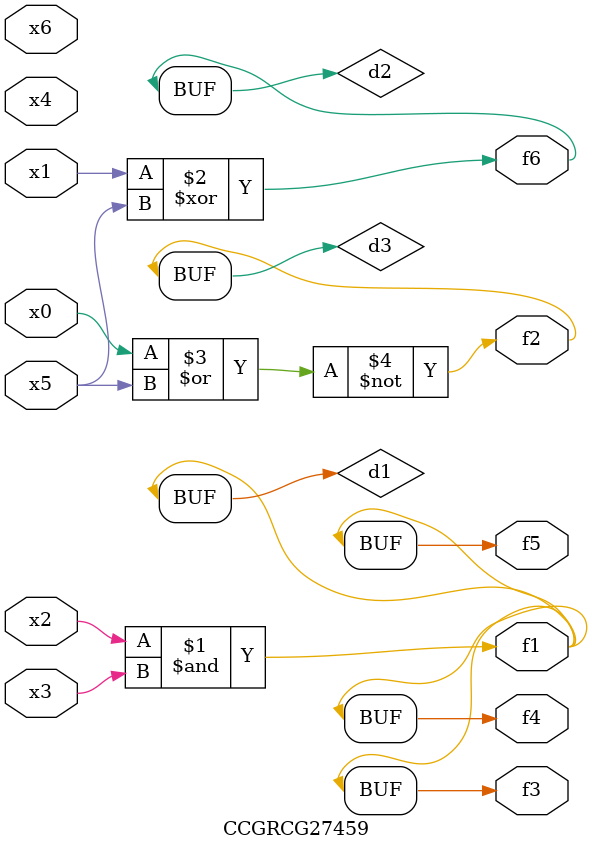
<source format=v>
module CCGRCG27459(
	input x0, x1, x2, x3, x4, x5, x6,
	output f1, f2, f3, f4, f5, f6
);

	wire d1, d2, d3;

	and (d1, x2, x3);
	xor (d2, x1, x5);
	nor (d3, x0, x5);
	assign f1 = d1;
	assign f2 = d3;
	assign f3 = d1;
	assign f4 = d1;
	assign f5 = d1;
	assign f6 = d2;
endmodule

</source>
